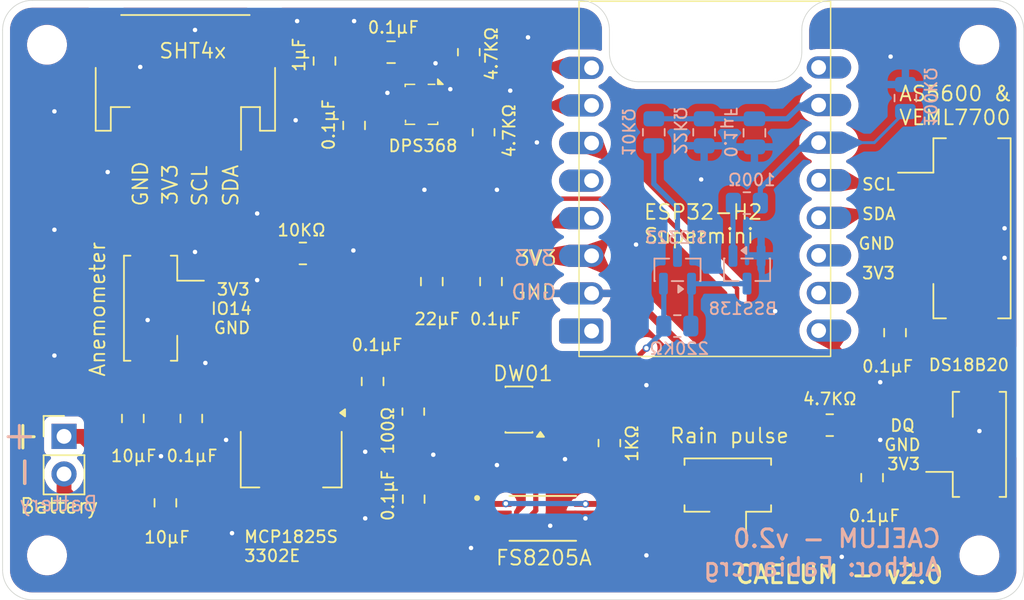
<source format=kicad_pcb>
(kicad_pcb (version 20241229) (generator "pcbnew") (generator_version "9.0")
  (layers (0 "F.Cu" signal) (2 "B.Cu" signal) (13 "F.Paste" user) (15 "B.Paste" user) (5 "F.SilkS" user "F.Silkscreen") (7 "B.SilkS" user "B.Silkscreen") (1 "F.Mask" user) (3 "B.Mask" user) (25 "Edge.Cuts" user))
  (net 0 "")
  (net 1 "Net-(U1-VCC)")
  (net 2 "BATT-")
  (net 3 "OUT-")
  (net 4 "BATT+")
  (net 5 "+3V3")
  (net 6 "Net-(U1-CS)")
  (net 8 "GPIO12")
  (net 9 "SDA")
  (net 10 "SCL")
  (net 12 "SCL_2")
  (net 13 "SDA_2")
  (net 14 "Net-(Q2-D)")
  (net 15 "GPIO24")
  (net 16 "Net-(Q1-D12-Pad1)")
  (net 17 "Net-(Q1-G1)")
  (net 18 "Net-(Q1-G2)")
  (net 19 "unconnected-(U3-IO13-Pad5)")
  (net 22 "GPIO4")
  (net 24 "GPIO14")
  (net 25 "GPIO3")
  (net 26 "Net-(Q3-D)")
  (net 27 "Net-(Q2-G)")
  (footprint "Capacitor_SMD:C_0805_2012Metric" (layer "F.Cu") (at 72.25 29)
    (property "Reference" "C10" (hide yes))
    (property "Value" "0.1µF")
  )
  (footprint "Capacitor_SMD:C_0805_2012Metric" (layer "F.Cu") (at 75 44.5 -90)
    (property "Reference" "C7" (hide yes))
    (property "Value" "0.1µF" (hide yes))
  )
  (footprint "MountingHole:MountingHole_2.2mm_M2" (layer "F.Cu") (at 49 63)
    (property "Reference" "H2" (hide yes))
    (property "Value" "MountingHole" (hide yes))
  )
  (footprint "MountingHole:MountingHole_2.2mm_M2" (layer "F.Cu") (at 112 28.5)
    (property "Reference" "H3" (hide yes))
    (property "Value" "MountingHole" (hide yes))
  )
  (footprint "Capacitor_SMD:C_0805_2012Metric" (layer "F.Cu") (at 54.8 53.75 90)
    (property "Reference" "C4" (hide yes))
    (property "Value" "10µF")
  )
  (footprint "Connector_Hirose:Hirose_DF13C_CL535-0402-2-51_1x02-1MP_P1.25mm_Vertical" (layer "F.Cu") (at 95 59.5 180)
    (property "Reference" "J3" (hide yes))
    (property "Value" "Pulse1" (hide yes))
  )
  (footprint "Resistor_SMD:R_0805_2012Metric" (layer "F.Cu") (at 77.5 29 90)
    (property "Reference" "R6" (hide yes))
    (property "Value" "4.7K")
  )
  (footprint "Resistor_SMD:R_0805_2012Metric" (layer "F.Cu") (at 87 55.4125 -90)
    (property "Reference" "R2" (hide yes))
    (property "Value" "1K")
  )
  (footprint "Capacitor_SMD:C_0805_2012Metric" (layer "F.Cu") (at 58.75 53.75 90)
    (property "Reference" "C5" (hide yes))
    (property "Value" "0.1µF" (hide yes))
  )
  (footprint "Capacitor_SMD:C_0805_2012Metric" (layer "F.Cu") (at 79 44.5 -90)
    (property "Reference" "C6" (hide yes))
    (property "Value" "10µF")
  )
  (footprint "Capacitor_SMD:C_0805_2012Metric" (layer "F.Cu") (at 106.3 47.95 -90)
    (property "Reference" "C13" (hide yes))
    (property "Value" "0.1µF")
  )
  (footprint "MountingHole:MountingHole_2.2mm_M2" (layer "F.Cu") (at 49 28.5)
    (property "Reference" "H1" (hide yes))
    (property "Value" "MountingHole" (hide yes))
  )
  (footprint "Resistor_SMD:R_0805_2012Metric" (layer "F.Cu") (at 101.8875 54.2)
    (property "Reference" "R3" (hide yes))
    (property "Value" "4.7K")
  )
  (footprint "Capacitor_SMD:C_0805_2012Metric" (layer "F.Cu") (at 57 59.45 90)
    (property "Reference" "C2" (hide yes))
    (property "Value" "10µF")
  )
  (footprint "Capacitor_SMD:C_0805_2012Metric" (layer "F.Cu") (at 73.775 59.2 -90)
    (property "Reference" "C1" (hide yes))
    (property "Value" "0.1µF" (hide yes))
  )
  (footprint "FS8205A:SOP65P640X120-8N-FC" (layer "F.Cu") (at 82.5 60.5)
    (property "Reference" "Q1" (hide yes))
    (property "Value" "FS8205A-FC" (hide yes))
  )
  (footprint "Package_TO_SOT_SMD:SOT-223-3_TabPin2" (layer "F.Cu") (at 65.5 56.5 -90)
    (property "Reference" "U2" (hide yes))
    (property "Value" "MCP1825S" (hide yes))
  )
  (footprint "Resistor_SMD:R_0805_2012Metric" (layer "F.Cu") (at 66.2875 42.6)
    (property "Reference" "R8" (hide yes))
    (property "Value" "10K")
  )
  (footprint "Connector_Hirose:Hirose_DF13C_CL535-0403-5-51_1x03-1MP_P1.25mm_Vertical" (layer "F.Cu") (at 110.75 55.5 90)
    (property "Reference" "J8" (hide yes))
    (property "Value" "DS18B20" (hide yes))
  )
  (footprint "Package_LGA:Bosch_LGA-8_2x2.5mm_P0.65mm_ClockwisePinNumbering" (layer "F.Cu") (at 74.3 32.525 -90)
    (property "Reference" "U4" (hide yes))
    (property "Value" "~")
  )
  (footprint "Connector_PinHeader_2.54mm:PinHeader_1x02_P2.54mm_Vertical" (layer "F.Cu") (at 50.15 54.96)
    (property "Reference" "J4" (hide yes))
    (property "Value" "Batt")
  )
  (footprint "MountingHole:MountingHole_2.2mm_M2" (layer "F.Cu") (at 112 63)
    (property "Reference" "H4" (hide yes))
    (property "Value" "MountingHole" (hide yes))
  )
  (footprint "Capacitor_SMD:C_0805_2012Metric" (layer "F.Cu") (at 69.75 33.95 -90)
    (property "Reference" "C12" (hide yes))
    (property "Value" "0.1µF")
  )
  (footprint "esp32-h2-supermini:ESP32H2-Supermini" (layer "F.Cu") (at 92.947363 50.559822)
    (property "Reference" "U3" (hide yes))
    (property "Value" "ESP32-H2-SUPERMINI" (hide yes))
  )
  (footprint "Capacitor_SMD:C_0805_2012Metric" (layer "F.Cu") (at 104.75 57.75 90)
    (property "Reference" "C8" (hide yes))
    (property "Value" "0.1µF")
  )
  (footprint "Resistor_SMD:R_0805_2012Metric" (layer "F.Cu") (at 73.75 53.2875 -90)
    (property "Reference" "R1" (hide yes))
    (property "Value" "100R")
  )
  (footprint "Resistor_SMD:R_0805_2012Metric" (layer "F.Cu") (at 78.5 34.4125 -90)
    (property "Reference" "R7" (hide yes))
    (property "Value" "4.7K")
  )
  (footprint "Capacitor_SMD:C_0805_2012Metric" (layer "F.Cu") (at 67.75 29.6 -90)
    (property "Reference" "C11" (hide yes))
    (property "Value" "1µF")
  )
  (footprint "Connector_JST:JST_PH_S4B-PH-SM4-TB_1x04-1MP_P2.00mm_Horizontal" (layer "F.Cu") (at 58.35 31 180)
    (property "Reference" "J7" (hide yes))
    (property "Value" "I2C BUS1" (hide yes))
  )
  (footprint "Connector_Hirose:Hirose_DF13C_CL535-0403-5-51_1x03-1MP_P1.25mm_Vertical" (layer "F.Cu") (at 57.25 46.3 -90)
    (property "Reference" "J1" (hide yes))
    (property "Value" "SS445P" (hide yes))
  )
  (footprint "Capacitor_SMD:C_0805_2012Metric" (layer "F.Cu") (at 71 51.25 90)
    (property "Reference" "C3" (hide yes))
    (property "Value" "0.1µF" (hide yes))
  )
  (footprint "Package_TO_SOT_SMD:SOT-23-6" (layer "F.Cu") (at 80.8875 53.15 180)
    (property "Reference" "U1" (hide yes))
    (property "Value" "DW01A" (hide yes))
  )
  (footprint "Connector_JST:JST_PH_B4B-PH-SM4-TB_1x04-1MP_P2.00mm_Vertical" (layer "F.Cu") (at 109.75 40.9 -90)
    (property "Reference" "J2" (hide yes))
    (property "Value" "i2C Bus2")
  )
  (footprint "Package_TO_SOT_SMD:SOT-23" (layer "B.Cu") (at 96.3 43.7 -90)
    (property "Reference" "Q2" (hide yes))
    (property "Value" "BSS138")
  )
  (footprint "Resistor_SMD:R_0805_2012Metric" (layer "B.Cu") (at 96.2875 39.2 180)
    (property "Reference" "R11" (hide yes))
    (property "Value" "100")
  )
  (footprint "Resistor_SMD:R_0805_2012Metric" (layer "B.Cu") (at 90 34.4125 -90)
    (property "Reference" "R4" (hide yes))
    (property "Value" "10K")
  )
  (footprint "Resistor_SMD:R_0805_2012Metric" (layer "B.Cu") (at 107 32.1 90)
    (property "Reference" "R10" (hide yes))
    (property "Value" "100K")
  )
  (footprint "Resistor_SMD:R_0805_2012Metric" (layer "B.Cu") (at 93.4 34.4125 90)
    (property "Reference" "R5" (hide yes))
    (property "Value" "22K")
  )
  (footprint "Capacitor_SMD:C_0805_2012Metric" (layer "B.Cu") (at 96.8 34.45 -90)
    (property "Reference" "C9" (hide yes))
    (property "Value" "0.1µF")
  )
  (footprint "Resistor_SMD:R_0805_2012Metric" (layer "B.Cu") (at 91.5875 47.50625)
    (property "Reference" "R9" (hide yes))
    (property "Value" "100K")
  )
  (footprint "Package_TO_SOT_SMD:SOT-23" (layer "B.Cu") (at 91.6 43.70625 90)
    (property "Reference" "Q3" (hide yes))
    (property "Value" "Si2323DS")
  )
  (gr_line (start 79.85 54.2) (end 79.75 54.1) (stroke (width 0.2)) (layer "F.Cu") (net 2))
  (gr_line (start 79.75 54.1) (end 79.35 54.3) (stroke (width 0.2)) (layer "F.Cu") (net 2))
  (gr_line (start 100 27.5) (end 100 29) (stroke (width 0.05)) (layer "Edge.Cuts"))
  (gr_arc (start 115 64) (mid 114.414214 65.414214) (end 113 66) (stroke (width 0.05)) (layer "Edge.Cuts"))
  (gr_arc (start 113 25.5) (mid 114.414214 26.085786) (end 115 27.5) (stroke (width 0.05)) (layer "Edge.Cuts"))
  (gr_line (start 87 27.5) (end 87 29) (stroke (width 0.05)) (layer "Edge.Cuts"))
  (gr_line (start 115 64) (end 115 27.5) (stroke (width 0.05)) (layer "Edge.Cuts"))
  (gr_arc (start 46 27.5) (mid 46.585786 26.085786) (end 48 25.5) (stroke (width 0.05)) (layer "Edge.Cuts"))
  (gr_line (start 48 25.5) (end 85 25.5) (stroke (width 0.05)) (layer "Edge.Cuts"))
  (gr_arc (start 100 29) (mid 99.414214 30.414214) (end 98 31) (stroke (width 0.05)) (layer "Edge.Cuts"))
  (gr_line (start 89 31) (end 98 31) (stroke (width 0.05)) (layer "Edge.Cuts"))
  (gr_arc (start 85 25.5) (mid 86.414214 26.085786) (end 87 27.5) (stroke (width 0.05)) (layer "Edge.Cuts"))
  (gr_line (start 113 25.5) (end 102 25.5) (stroke (width 0.05)) (layer "Edge.Cuts"))
  (gr_line (start 46 27.5) (end 46 64) (stroke (width 0.05)) (layer "Edge.Cuts"))
  (gr_arc (start 89 31) (mid 87.585786 30.414214) (end 87 29) (stroke (width 0.05)) (layer "Edge.Cuts"))
  (gr_arc (start 48 66) (mid 46.585786 65.414214) (end 46 64) (stroke (width 0.05)) (layer "Edge.Cuts"))
  (gr_line (start 48 66) (end 113 66) (stroke (width 0.05)) (layer "Edge.Cuts"))
  (gr_arc (start 100 27.5) (mid 100.585786 26.085786) (end 102 25.5) (stroke (width 0.05)) (layer "Edge.Cuts"))
  (gr_text "3V3" (at 104 44.4 0) (layer "F.SilkS") (effects (font (size 0.8 0.8) (thickness 0.125)) (justify left bottom)))
  (gr_text "Battery" (at 47.1 60.25 0) (layer "F.SilkS") (effects (font (size 1 1) (thickness 0.125)) (justify left bottom)))
  (gr_text "1µF" (at 66.5 30.4 90) (layer "F.SilkS") (effects (font (size 0.8 0.8) (thickness 0.125)) (justify left bottom)))
  (gr_text "DQ" (at 105.9 54.7 0) (layer "F.SilkS") (effects (font (size 0.8 0.8) (thickness 0.125)) (justify left bottom)))
  (gr_text "CAELUM - v2.0" (at 95.4 65 0) (layer "F.SilkS") (effects (font (size 1.2 1.2) (thickness 0.2) (bold yes)) (justify left bottom)))
  (gr_text "1KΩ" (at 89 56.75 90) (layer "F.SilkS") (effects (font (size 0.8 0.8) (thickness 0.125)) (justify left bottom)))
  (gr_text "IO14" (at 60 46.8 0) (layer "F.SilkS") (effects (font (size 0.8 0.8) (thickness 0.125)) (justify left bottom)))
  (gr_text "DPS368" (at 72 35.8 0) (layer "F.SilkS") (effects (font (size 0.8 0.8) (thickness 0.125)) (justify left bottom)))
  (gr_text "AS5600 &\nVEML7700" (at 106.5 34 0) (layer "F.SilkS") (effects (font (size 1 1) (thickness 0.125)) (justify left bottom)))
  (gr_text "GND" (at 105.5 56 0) (layer "F.SilkS") (effects (font (size 0.8 0.8) (thickness 0.125)) (justify left bottom)))
  (gr_text "SCL" (at 59.9 39.5 90) (layer "F.SilkS") (effects (font (size 1 1) (thickness 0.125)) (justify left bottom)))
  (gr_text "0.1µF" (at 72.5 60.75 90) (layer "F.SilkS") (effects (font (size 0.8 0.8) (thickness 0.125)) (justify left bottom)))
  (gr_text "SDA" (at 104 40.4 0) (layer "F.SilkS") (effects (font (size 0.8 0.8) (thickness 0.125)) (justify left bottom)))
  (gr_text "MCP1825S\n3302E" (at 62.25 63.5 0) (layer "F.SilkS") (effects (font (size 0.8 0.8) (thickness 0.125)) (justify left bottom)))
  (gr_text "10µF" (at 53.25 56.75 0) (layer "F.SilkS") (effects (font (size 0.8 0.8) (thickness 0.125)) (justify left bottom)))
  (gr_text "0.1µF" (at 77.5 47.5 0) (layer "F.SilkS") (effects (font (size 0.8 0.8) (thickness 0.125)) (justify left bottom)))
  (gr_text "10KΩ" (at 64.5 41.5 0) (layer "F.SilkS") (effects (font (size 0.8 0.8) (thickness 0.125)) (justify left bottom)))
  (gr_text "0.1µF" (at 103.1 60.8 0) (layer "F.SilkS") (effects (font (size 0.8 0.8) (thickness 0.125)) (justify left bottom)))
  (gr_text "3V3" (at 57.9 39.4 90) (layer "F.SilkS") (effects (font (size 1 1) (thickness 0.125)) (justify left bottom)))
  (gr_text "0.1µF" (at 69.5 49.25 0) (layer "F.SilkS") (effects (font (size 0.8 0.8) (thickness 0.125)) (justify left bottom)))
  (gr_text "GND" (at 103.75 42.4 0) (layer "F.SilkS") (effects (font (size 0.8 0.8) (thickness 0.125)) (justify left bottom)))
  (gr_text "GND" (at 60.2 48.1 0) (layer "F.SilkS") (effects (font (size 0.8 0.8) (thickness 0.125)) (justify left bottom)))
  (gr_text "GND" (at 80.3 45.8 0) (layer "F.SilkS") (effects (font (size 1 1) (thickness 0.125)) (justify left bottom)))
  (gr_text "3V3" (at 105.7 57.3 0) (layer "F.SilkS") (effects (font (size 0.8 0.8) (thickness 0.125)) (justify left bottom)))
  (gr_text "SCL" (at 104 38.4 0) (layer "F.SilkS") (effects (font (size 0.8 0.8) (thickness 0.125)) (justify left bottom)))
  (gr_text "4.7KΩ" (at 79.5 31 90) (layer "F.SilkS") (effects (font (size 0.8 0.8) (thickness 0.125)) (justify left bottom)))
  (gr_text "100Ω" (at 72.5 56.25 90) (layer "F.SilkS") (effects (font (size 0.8 0.8) (thickness 0.125)) (justify left bottom)))
  (gr_text "DS18B20" (at 108.5 50.6 0) (layer "F.SilkS") (effects (font (size 0.8 0.8) (thickness 0.125)) (justify left bottom)))
  (gr_text "GND" (at 55.9 39.5 90) (layer "F.SilkS") (effects (font (size 1 1) (thickness 0.125)) (justify left bottom)))
  (gr_text "4.7KΩ" (at 80.7 36.2 90) (layer "F.SilkS") (effects (font (size 0.8 0.8) (thickness 0.125)) (justify left bottom)))
  (gr_text "FS8205A" (at 79.25 63.75 0) (layer "F.SilkS") (effects (font (size 1 1) (thickness 0.125)) (justify left bottom)))
  (gr_text "0.1µF" (at 68.5 35.7 90) (layer "F.SilkS") (effects (font (size 0.8 0.8) (thickness 0.125)) (justify left bottom)))
  (gr_text "0.1µF" (at 70.6 27.8 0) (layer "F.SilkS") (effects (font (size 0.8 0.8) (thickness 0.125)) (justify left bottom)))
  (gr_text "10µF" (at 55.5 62.25 0) (layer "F.SilkS") (effects (font (size 0.8 0.8) (thickness 0.125)) (justify left bottom)))
  (gr_text "3V3" (at 80.6 43.5 0) (layer "F.SilkS") (effects (font (size 1 1) (thickness 0.125)) (justify left bottom)))
  (gr_text "+" (at 46 56 0) (layer "F.SilkS") (effects (font (size 2 2) (thickness 0.2)) (justify left bottom)))
  (gr_text "SHT4x" (at 56.5 29.5 0) (layer "F.SilkS") (effects (font (size 1 1) (thickness 0.125)) (justify left bottom)))
  (gr_text "SDA" (at 62 39.5 90) (layer "F.SilkS") (effects (font (size 1 1) (thickness 0.125)) (justify left bottom)))
  (gr_text "Rain pulse" (at 91 55.5 0) (layer "F.SilkS") (effects (font (size 1 1) (thickness 0.125)) (justify left bottom)))
  (gr_text "DW01" (at 79.05 51.3 0) (layer "F.SilkS") (effects (font (size 1 1) (thickness 0.125)) (justify left bottom)))
  (gr_text "0.1µF" (at 104 50.7 0) (layer "F.SilkS") (effects (font (size 0.8 0.8) (thickness 0.125)) (justify left bottom)))
  (gr_text "Anemometer" (at 53 51 90) (layer "F.SilkS") (effects (font (size 1 1) (thickness 0.125)) (justify left bottom)))
  (gr_text "ESP32-H2 \nSupermini" (at 89.25 42 0) (layer "F.SilkS") (effects (font (size 1 1) (thickness 0.125)) (justify left bottom)))
  (gr_text "22µF" (at 73.75 47.5 0) (layer "F.SilkS") (effects (font (size 0.8 0.8) (thickness 0.125)) (justify left bottom)))
  (gr_text "4.7KΩ" (at 100 52.9 0) (layer "F.SilkS") (effects (font (size 0.8 0.8) (thickness 0.125)) (justify left bottom)))
  (gr_text "3V3" (at 60.4 45.5 0) (layer "F.SilkS") (effects (font (size 0.8 0.8) (thickness 0.125)) (justify left bottom)))
  (gr_text "-" (at 48.5 58.75 90) (layer "F.SilkS") (effects (font (size 2 2) (thickness 0.2)) (justify left bottom)))
  (gr_text "0.1µF" (at 57 56.75 0) (layer "F.SilkS") (effects (font (size 0.8 0.8) (thickness 0.125)) (justify left bottom)))
  (gr_text "Si2323" (at 93.7 42 0) (layer "B.SilkS") (effects (font (size 0.8 0.8) (thickness 0.125)) (justify left bottom mirror)))
  (gr_text "+" (at 48.5 56 -0) (layer "B.SilkS") (effects (font (size 2 2) (thickness 0.2)) (justify left bottom mirror)))
  (gr_text "GND" (at 83.5 45.8 -0) (layer "B.SilkS") (effects (font (size 1 1) (thickness 0.125)) (justify left bottom mirror)))
  (gr_text "-" (at 46.5 58.75 -90) (layer "B.SilkS") (effects (font (size 2 2) (thickness 0.2)) (justify left bottom mirror)))
  (gr_text "3V3" (at 83.4 43.5 -0) (layer "B.SilkS") (effects (font (size 1 1) (thickness 0.125)) (justify left bottom mirror)))
  (gr_text "100KΩ" (at 108.2 34.1 270) (layer "B.SilkS") (effects (font (size 0.8 0.8) (thickness 0.125)) (justify left bottom mirror)))
  (gr_text "220KΩ" (at 93.8 49.5 0) (layer "B.SilkS") (effects (font (size 0.8 0.8) (thickness 0.125)) (justify left bottom mirror)))
  (gr_text "100Ω" (at 98.3 38.1 0) (layer "B.SilkS") (effects (font (size 0.8 0.8) (thickness 0.125)) (justify left bottom mirror)))
  (gr_text "10KΩ" (at 87.8 36.1 270) (layer "B.SilkS") (effects (font (size 0.8 0.8) (thickness 0.125)) (justify left bottom mirror)))
  (gr_text "CAELUM - v2.0\nAuthor: Fabiancrg" (at 109.5 64.5 0) (layer "B.SilkS") (effects (font (size 1.2 1.2) (thickness 0.2) (bold yes)) (justify left bottom mirror)))
  (gr_text "22KΩ" (at 91.3 36 270) (layer "B.SilkS") (effects (font (size 0.8 0.8) (thickness 0.125)) (justify left bottom mirror)))
  (gr_text "0.1µF" (at 94.7 36.2 270) (layer "B.SilkS") (effects (font (size 0.8 0.8) (thickness 0.125)) (justify left bottom mirror)))
  (gr_text "Battery" (at 52.5 60.1 0) (layer "B.SilkS") (effects (font (size 1 1) (thickness 0.125)) (justify left bottom mirror)))
  (gr_text "BSS138" (at 98.4 46.8 0) (layer "B.SilkS") (effects (font (size 0.8 0.8) (thickness 0.125)) (justify left bottom mirror)))
  (segment (start 73.75 54.2) (end 75.55 54.2) (width 0.4) (layer "F.Cu") (net 1))
  (segment (start 76.6 53.15) (end 79.75 53.15) (width 0.4) (layer "F.Cu") (net 1))
  (segment (start 73.775 54.225) (end 73.75 54.2) (width 0.4) (layer "F.Cu") (net 1))
  (segment (start 73.775 57.725) (end 73.775 54.225) (width 0.4) (layer "F.Cu") (net 1))
  (segment (start 75.55 54.2) (end 76.6 53.15) (width 0.4) (layer "F.Cu") (net 1))
  (segment (start 77.5 60.325) (end 78 60.825) (width 0.35) (layer "F.Cu") (net 2))
  (segment (start 76.5 55.5) (end 76.5 59) (width 0.5) (layer "F.Cu") (net 2))
  (segment (start 77.325 60.825) (end 76.65 60.15) (width 0.35) (layer "F.Cu") (net 2))
  (segment (start 79.62 60.825) (end 79.62 60.175) (width 0.35) (layer "F.Cu") (net 2))
  (segment (start 79.62 60.175) (end 78 60.175) (width 0.35) (layer "F.Cu") (net 2))
  (segment (start 77.35 60.825) (end 78 60.175) (width 0.35) (layer "F.Cu") (net 2))
  (segment (start 71 64) (end 73.775 61.225) (width 1) (layer "F.Cu") (net 2))
  (segment (start 77.075 59.75) (end 77.5 60.175) (width 0.35) (layer "F.Cu") (net 2))
  (segment (start 76.65 60.15) (end 77 60.5) (width 1) (layer "F.Cu") (net 2))
  (segment (start 73.775 61.225) (end 73.775 60.15) (width 1) (layer "F.Cu") (net 2))
  (segment (start 76.5 59) (end 75.75 59.75) (width 0.5) (layer "F.Cu") (net 2))
  (segment (start 78 60.175) (end 77.5 60.175) (width 0.35) (layer "F.Cu") (net 2))
  (segment (start 78 60.175) (end 78 60.825) (width 0.35) (layer "F.Cu") (net 2))
  (segment (start 77.5 60.825) (end 77.325 60.825) (width 0.35) (layer "F.Cu") (net 2))
  (segment (start 78 60.825) (end 77.5 60.825) (width 0.35) (layer "F.Cu") (net 2))
  (segment (start 75.375 60.175) (end 75.35 60.15) (width 0.4) (layer "F.Cu") (net 2))
  (segment (start 77.9 54.1) (end 76.5 55.5) (width 0.5) (layer "F.Cu") (net 2))
  (segment (start 55.4 64) (end 71 64) (width 1) (layer "F.Cu") (net 2))
  (segment (start 50.15 58.75) (end 55.4 64) (width 1) (layer "F.Cu") (net 2))
  (segment (start 76.65 60.15) (end 76 60.15) (width 1) (layer "F.Cu") (net 2))
  (segment (start 76.675 60.825) (end 76 60.15) (width 0.35) (layer "F.Cu") (net 2))
  (segment (start 77.325 60.825) (end 77.35 60.825) (width 0.35) (layer "F.Cu") (net 2))
  (segment (start 77.5 60.175) (end 77.5 60.325) (width 0.35) (layer "F.Cu") (net 2))
  (segment (start 76.675 60.175) (end 76.65 60.15) (width 0.35) (layer "F.Cu") (net 2))
  (segment (start 79.62 60.825) (end 78 60.825) (width 0.35) (layer "F.Cu") (net 2))
  (segment (start 75.75 59.75) (end 77.075 59.75) (width 0.35) (layer "F.Cu") (net 2))
  (segment (start 50.15 57.5) (end 50.15 58.75) (width 1) (layer "F.Cu") (net 2))
  (segment (start 75.75 59.75) (end 75.35 60.15) (width 0.5) (layer "F.Cu") (net 2))
  (segment (start 77.5 60.825) (end 76.675 60.825) (width 0.35) (layer "F.Cu") (net 2))
  (segment (start 76 60.15) (end 73.775 60.15) (width 1) (layer "F.Cu") (net 2))
  (segment (start 79.75 54.1) (end 77.9 54.1) (width 0.5) (layer "F.Cu") (net 2))
  (segment (start 75.35 60.15) (end 73.775 60.15) (width 0.5) (layer "F.Cu") (net 2))
  (segment (start 77.5 60.175) (end 76.675 60.175) (width 0.35) (layer "F.Cu") (net 2))
  (segment (start 74.66848 31.55) (end 75.1 31.55) (width 0.2) (layer "F.Cu") (net 3))
  (segment (start 73.5 32.2) (end 74.01848 32.2) (width 0.2) (layer "F.Cu") (net 3))
  (segment (start 72.45 32.2) (end 72 31.75) (width 0.35) (layer "F.Cu") (net 3))
  (segment (start 76.2 31.55) (end 76.25 31.5) (width 0.35) (layer "F.Cu") (net 3))
  (segment (start 75.1 31.55) (end 76.2 31.55) (width 0.35) (layer "F.Cu") (net 3))
  (segment (start 85.38 60.5) (end 85.38 60.251) (width 0.35) (layer "F.Cu") (net 3))
  (segment (start 74.01848 32.2) (end 74.66848 31.55) (width 0.2) (layer "F.Cu") (net 3))
  (segment (start 73.5 32.2) (end 72.45 32.2) (width 0.35) (layer "F.Cu") (net 3))
  (segment (start 85.38 60.825) (end 85.38 60.5) (width 0.35) (layer "F.Cu") (net 3))
  (via (at 59 42.5) (size 0.6) (drill 0.3) (layers "F.Cu" "B.Cu") (net 3))
  (via (at 56.7 56.3) (size 0.6) (drill 0.3) (layers "F.Cu" "B.Cu") (net 3))
  (via (at 79.4 56.9) (size 0.6) (drill 0.3) (layers "F.Cu" "B.Cu") (net 3))
  (via (at 63.2 44.4) (size 0.6) (drill 0.3) (layers "F.Cu" "B.Cu") (net 3))
  (via (at 85.38 60.5) (size 0.6) (drill 0.3) (layers "F.Cu" "B.Cu") (net 3))
  (via (at 105.3 55.2) (size 0.6) (drill 0.3) (layers "F.Cu" "B.Cu") (net 3))
  (via (at 88.8 42) (size 0.6) (drill 0.3) (layers "F.Cu" "B.Cu") (net 3))
  (via (at 75.1 56.2) (size 0.6) (drill 0.3) (layers "F.Cu" "B.Cu") (net 3))
  (via (at 79.4 38.3) (size 0.6) (drill 0.3) (layers "F.Cu" "B.Cu") (net 3))
  (via (at 65.8 33.6) (size 0.6) (drill 0.3) (layers "F.Cu" "B.Cu") (net 3))
  (via (at 113.7 42.9) (size 0.6) (drill 0.3) (layers "F.Cu" "B.Cu") (net 3))
  (via (at 55.8 47.1) (size 0.6) (drill 0.3) (layers "F.Cu" "B.Cu") (net 3))
  (via (at 93.2 37.6) (size 0.6) (drill 0.3) (layers "F.Cu" "B.Cu") (net 3))
  (via (at 82.1 35.1) (size 0.6) (drill 0.3) (layers "F.Cu" "B.Cu") (net 3))
  (via (at 102.7 63.1) (size 0.6) (drill 0.3) (layers "F.Cu" "B.Cu") (net 3))
  (via (at 84 56.5) (size 0.6) (drill 0.3) (layers "F.Cu" "B.Cu") (net 3))
  (via (at 59.7 50) (size 0.6) (drill 0.3) (layers "F.Cu" "B.Cu") (net 3))
  (via (at 49.5 33) (size 0.6) (drill 0.3) (layers "F.Cu" "B.Cu") (net 3))
  (via (at 59 27.5) (size 0.6) (drill 0.3) (layers "F.Cu" "B.Cu") (net 3))
  (via (at 49.5 41) (size 0.6) (drill 0.3) (layers "F.Cu" "B.Cu") (net 3))
  (via (at 105.3 51.3) (size 0.6) (drill 0.3) (layers "F.Cu" "B.Cu") (net 3))
  (via (at 89.5 63) (size 0.6) (drill 0.3) (layers "F.Cu" "B.Cu") (net 3))
  (via (at 80.3 31.6) (size 0.6) (drill 0.3) (layers "F.Cu" "B.Cu") (net 3))
  (via (at 74.5 38.3) (size 0.6) (drill 0.3) (layers "F.Cu" "B.Cu") (net 3))
  (via (at 65.9 26.9) (size 0.6) (drill 0.3) (layers "F.Cu" "B.Cu") (net 3))
  (via (at 49.5 49.5) (size 0.5) (drill 0.3) (layers "F.Cu" "B.Cu") (net 3))
  (via (at 76.25 31.5) (size 0.6) (drill 0.3) (layers "F.Cu" "B.Cu") (net 3))
  (via (at 53.1 37.1) (size 0.6) (drill 0.3) (layers "F.Cu" "B.Cu") (net 3))
  (via (at 70.5 60.5) (size 0.6) (drill 0.3) (layers "F.Cu" "B.Cu") (net 3))
  (via (at 61.5 61.5) (size 0.5) (drill 0.3) (layers "F.Cu" "B.Cu") (net 3))
  (via (at 72 31.75) (size 0.6) (drill 0.3) (layers "F.Cu" "B.Cu") (net 3))
  (via (at 55.3 30) (size 0.6) (drill 0.3) (layers "F.Cu" "B.Cu") (net 3))
  (via (at 61.1 55.2) (size 0.6) (drill 0.3) (layers "F.Cu" "B.Cu") (net 3))
  (via (at 75.25 29.75) (size 0.6) (drill 0.3) (layers "F.Cu" "B.Cu") (net 3))
  (via (at 77.65 62.5) (size 0.6) (drill 0.3) (layers "F.Cu" "B.Cu") (net 3))
  (via (at 112 54.6) (size 0.6) (drill 0.3) (layers "F.Cu" "B.Cu") (net 3))
  (via (at 69.75 26.9) (size 0.6) (drill 0.3) (layers "F.Cu" "B.Cu") (net 3))
  (via (at 89.5 51.5) (size 0.6) (drill 0.3) (layers "F.Cu" "B.Cu") (net 3))
  (via (at 98.2 46.5) (size 0.6) (drill 0.3) (layers "F.Cu" "B.Cu") (net 3))
  (via (at 81.5 28) (size 0.6) (drill 0.3) (layers "F.Cu" "B.Cu") (net 3))
  (via (at 106 29.3) (size 0.6) (drill 0.3) (layers "F.Cu" "B.Cu") (net 3))
  (via (at 113.7 40.9) (size 0.6) (drill 0.3) (layers "F.Cu" "B.Cu") (net 3))
  (via (at 69.7 42.4) (size 0.6) (drill 0.3) (layers "F.Cu" "B.Cu") (net 3))
  (via (at 70.5 56) (size 0.6) (drill 0.3) (layers "F.Cu" "B.Cu") (net 3))
  (via (at 63.2 39.9) (size 0.6) (drill 0.3) (layers "F.Cu" "B.Cu") (net 3))
  (via (at 83 61) (size 0.6) (drill 0.3) (layers "F.Cu" "B.Cu") (net 3))
  (segment (start 73.575 52.2) (end 73.75 52.375) (width 1) (layer "F.Cu") (net 4))
  (segment (start 69.85 53.35) (end 71 52.2) (width 1) (layer "F.Cu") (net 4))
  (segment (start 73.75 52.375) (end 76.125 50) (width 0.35) (layer "F.Cu") (net 4))
  (segment (start 88.5 50) (end 89.5 49) (width 0.35) (layer "F.Cu") (net 4))
  (segment (start 56 60.4) (end 53.1 57.5) (width 1) (layer "F.Cu") (net 4))
  (segment (start 63 56.5) (end 66.5 56.5) (width 1) (layer "F.Cu") (net 4))
  (segment (start 53.1 56.6) (end 51.46 54.96) (width 1) (layer "F.Cu") (net 4))
  (segment (start 53.1 57.5) (end 53.1 56.6) (width 1) (layer "F.Cu") (net 4))
  (segment (start 67.8 55.2) (end 67.8 53.35) (width 1) (layer "F.Cu") (net 4))
  (segment (start 57 60.4) (end 56 60.4) (width 1) (layer "F.Cu") (net 4))
  (segment (start 57 60.4) (end 59.1 60.4) (width 1) (layer "F.Cu") (net 4))
  (segment (start 51.46 54.96) (end 50.15 54.96) (width 1) (layer "F.Cu") (net 4))
  (segment (start 67.8 53.35) (end 69.85 53.35) (width 1) (layer "F.Cu") (net 4))
  (segment (start 66.5 56.5) (end 67.8 55.2) (width 1) (layer "F.Cu") (net 4))
  (segment (start 76.125 50) (end 88.5 50) (width 0.35) (layer "F.Cu") (net 4))
  (segment (start 59.1 60.4) (end 63 56.5) (width 1) (layer "F.Cu") (net 4))
  (segment (start 71 52.2) (end 73.575 52.2) (width 1) (layer "F.Cu") (net 4))
  (via (at 89.5 49) (size 0.5) (drill 0.3) (layers "F.Cu" "B.Cu") (net 4))
  (segment (start 90.675 47.50625) (end 90.675 44.66875) (width 0.35) (layer "B.Cu") (net 4))
  (segment (start 90.675 47.825) (end 90.675 47.50625) (width 0.35) (layer "B.Cu") (net 4))
  (segment (start 89.5 49) (end 90.675 47.825) (width 0.35) (layer "B.Cu") (net 4))
  (segment (start 67.75 30.55) (end 67.8 30.5) (width 0.4) (layer "F.Cu") (net 5))
  (segment (start 103.2 56.8) (end 104.75 56.8) (width 0.5) (layer "F.Cu") (net 5))
  (segment (start 63.2 53.35) (end 63.2 51.74295) (width 1) (layer "F.Cu") (net 5))
  (segment (start 106.3 47) (end 106.3 46.85) (width 0.6) (layer "F.Cu") (net 5))
  (segment (start 67.8 30.5) (end 73.5 30.5) (width 0.4) (layer "F.Cu") (net 5))
  (segment (start 79 43.55) (end 81.45 43.55) (width 1) (layer "F.Cu") (net 5))
  (segment (start 85.797363 42.759822) (end 94.375 51.337459) (width 0.5) (layer "F.Cu") (net 5))
  (segment (start 109.7 48.4) (end 108.3 47) (width 0.6) (layer "F.Cu") (net 5))
  (segment (start 104.8 56.75) (end 104.75 56.8) (width 0.5) (layer "F.Cu") (net 5))
  (segment (start 87.3 41.257185) (end 85.797363 42.759822) (width 0.3) (layer "F.Cu") (net 5))
  (segment (start 113.8 55.7) (end 112.75 56.75) (width 0.5) (layer "F.Cu") (net 5))
  (segment (start 87.3 39.8) (end 87.3 41.257185) (width 0.3) (layer "F.Cu") (net 5))
  (segment (start 65.375 42.6) (end 62.3 42.6) (width 0.35) (layer "F.Cu") (net 5))
  (segment (start 83.2 38.9) (end 86.4 38.9) (width 0.3) (layer "F.Cu") (net 5))
  (segment (start 62.65 52.8) (end 63.2 53.35) (width 1) (layer "F.Cu") (net 5))
  (segment (start 95.025 63) (end 97 63) (width 0.5) (layer "F.Cu") (net 5))
  (segment (start 53.5 51.5) (end 53.5 45.5) (width 0.8) (layer "F.Cu") (net 5))
  (segment (start 69.8 32.8) (end 69.75 32.85) (width 0.3) (layer "F.Cu") (net 5))
  (segment (start 67.75 30.55) (end 67.7 30.6) (width 0.6) (layer "F.Cu") (net 5))
  (segment (start 94.375 62.35) (end 95.025 63) (width 0.5) (layer "F.Cu") (net 5))
  (segment (start 78.5 35.325) (end 79.625 35.325) (width 0.3) (layer "F.Cu") (net 5))
  (segment (start 58.75 52.8) (end 62.65 52.8) (width 1) (layer "F.Cu") (net 5))
  (segment (start 73.5 32.85) (end 69.9 32.85) (width 0.3) (layer "F.Cu") (net 5))
  (segment (start 73.5 31.55) (end 73.5 30.5) (width 0.35) (layer "F.Cu") (net 5))
  (segment (start 82.240178 42.759822) (end 85.797363 42.759822) (width 1) (layer "F.Cu") (net 5))
  (segment (start 73.5 30.5) (end 73.5 29.3) (width 0.3) (layer "F.Cu") (net 5))
  (segment (start 74.1125 28.0875) (end 77.5 28.0875) (width 0.3) (layer "F.Cu") (net 5))
  (segment (start 85.787541 42.75) (end 85.797363 42.759822) (width 1) (layer "F.Cu") (net 5))
  (segment (start 113.8 55.7) (end 113.8 49.6) (width 0.6) (layer "F.Cu") (net 5))
  (segment (start 94.375 60.95) (end 94.375 62.35) (width 0.5) (layer "F.Cu") (net 5))
  (segment (start 53.5 45.5) (end 53.95 45.05) (width 0.8) (layer "F.Cu") (net 5))
  (segment (start 69.9 32.85) (end 69.75 33) (width 0.3) (layer "F.Cu") (net 5))
  (segment (start 53 41.3) (end 53 44.1) (width 0.6) (layer "F.Cu") (net 5))
  (segment (start 94.375 51.337459) (end 94.375 60.95) (width 0.5) (layer "F.Cu") (net 5))
  (segment (start 86.4 38.9) (end 87.3 39.8) (width 0.3) (layer "F.Cu") (net 5))
  (segment (start 74.077 32.85) (end 74.727 32.2) (width 0.2) (layer "F.Cu") (net 5))
  (segment (start 79.625 35.325) (end 83.2 38.9) (width 0.3) (layer "F.Cu") (net 5))
  (segment (start 112.75 56.75) (end 109.3 56.75) (width 0.5) (layer "F.Cu") (net 5))
  (segment (start 106.3 46.85) (end 109.25 43.9) (width 0.6) (layer "F.Cu") (net 5))
  (segment (start 59.85 45.05) (end 58.7 45.05) (width 0.35) (layer "F.Cu") (net 5))
  (segment (start 102.3 56.8) (end 100.975 55.475) (width 0.5) (layer "F.Cu") (net 5))
  (segment (start 57.35 33.85) (end 57.35 36.95) (width 0.6) (layer "F.Cu") (net 5))
  (segment (start 71.39295 43.55) (end 75 43.55) (width 1) (layer "F.Cu") (net 5))
  (segment (start 54.8 52.8) (end 58.75 52.8) (width 1) (layer "F.Cu") (net 5))
  (segment (start 67.75 30.85) (end 69.75 32.85) (width 0.6) (layer "F.Cu") (net 5))
  (segment (start 113.8 49.6) (end 112.6 48.4) (width 0.6) (layer "F.Cu") (net 5))
  (segment (start 100.975 55.475) (end 100.975 54.2) (width 0.5) (layer "F.Cu") (net 5))
  (segment (start 67.75 30.55) (end 67.75 30.85) (width 0.6) (layer "F.Cu") (net 5))
  (segment (start 73.2 29) (end 74.1125 28.0875) (width 0.3) (layer "F.Cu") (net 5))
  (segment (start 63.2 51.74295) (end 71.39295 43.55) (width 1) (layer "F.Cu") (net 5))
  (segment (start 54.5 45.05) (end 58.7 45.05) (width 0.8) (layer "F.Cu") (net 5))
  (segment (start 74.727 32.2) (end 75.1 32.2) (width 0.2) (layer "F.Cu") (net 5))
  (segment (start 53 44.1) (end 53.95 45.05) (width 0.6) (layer "F.Cu") (net 5))
  (segment (start 75 43.55) (end 79 43.55) (width 1) (layer "F.Cu") (net 5))
  (segment (start 109.3 56.75) (end 104.8 56.75) (width 0.5) (layer "F.Cu") (net 5))
  (segment (start 73.5 32.85) (end 74.077 32.85) (width 0.2) (layer "F.Cu") (net 5))
  (segment (start 57.35 32.35) (end 57.35 33.85) (width 0.6) (layer "F.Cu") (net 5))
  (segment (start 108.3 47) (end 106.3 47) (width 0.6) (layer "F.Cu") (net 5))
  (segment (start 67.7 30.6) (end 59.1 30.6) (width 0.6) (layer "F.Cu") (net 5))
  (segment (start 54.8 52.8) (end 53.5 51.5) (width 0.8) (layer "F.Cu") (net 5))
  (segment (start 62.3 42.6) (end 59.85 45.05) (width 0.35) (layer "F.Cu") (net 5))
  (segment (start 73.5 32.85) (end 73.476 32.826) (width 0.3) (layer "F.Cu") (net 5))
  (segment (start 57.35 36.95) (end 53 41.3) (width 0.6) (layer "F.Cu") (net 5))
  (segment (start 69.75 32.85) (end 69.75 33) (width 0.3) (layer "F.Cu") (net 5))
  (segment (start 59.1 30.6) (end 57.35 32.35) (width 0.6) (layer "F.Cu") (net 5))
  (segment (start 81.45 43.55) (end 82.240178 42.759822) (width 1) (layer "F.Cu") (net 5))
  (segment (start 53.95 45.05) (end 54.5 45.05) (width 0.8) (layer "F.Cu") (net 5))
  (segment (start 112.6 48.4) (end 109.7 48.4) (width 0.6) (layer "F.Cu") (net 5))
  (segment (start 104.75 56.8) (end 102.3 56.8) (width 0.5) (layer "F.Cu") (net 5))
  (segment (start 73.5 29.3) (end 73.2 29) (width 0.3) (layer "F.Cu") (net 5))
  (segment (start 97 63) (end 103.2 56.8) (width 0.5) (layer "F.Cu") (net 5))
  (segment (start 73.5 33.5) (end 73.5 32.85) (width 0.3) (layer "F.Cu") (net 5))
  (segment (start 82.025 53.15) (end 85.65 53.15) (width 0.35) (layer "F.Cu") (net 6))
  (segment (start 85.65 53.15) (end 87 54.5) (width 0.35) (layer "F.Cu") (net 6))
  (segment (start 95.625 60.95) (end 95.625 44.967459) (width 0.3) (layer "F.Cu") (net 8))
  (segment (start 95.625 44.967459) (end 85.797363 35.139822) (width 0.3) (layer "F.Cu") (net 8))
  (segment (start 74.785521 32.85) (end 75.1 32.85) (width 0.3) (layer "F.Cu") (net 9))
  (segment (start 61.4 34.551) (end 61.4 36.2) (width 0.3) (layer "F.Cu") (net 9))
  (segment (start 85.650041 29.9125) (end 85.797363 30.059822) (width 0.3) (layer "F.Cu") (net 9))
  (segment (start 71.7 36.8) (end 74.4 34.1) (width 0.3) (layer "F.Cu") (net 9))
  (segment (start 77.5 32.25) (end 77.5 29.9125) (width 0.3) (layer "F.Cu") (net 9))
  (segment (start 75.1 32.85) (end 76.9 32.85) (width 0.3) (layer "F.Cu") (net 9))
  (segment (start 76.9 32.85) (end 77.5 32.25) (width 0.3) (layer "F.Cu") (net 9))
  (segment (start 61.4 36.2) (end 62 36.8) (width 0.3) (layer "F.Cu") (net 9))
  (segment (start 77.5 29.9125) (end 85.650041 29.9125) (width 0.3) (layer "F.Cu") (net 9))
  (segment (start 61.35 34.551) (end 61.4 34.551) (width 0.3) (layer "F.Cu") (net 9))
  (segment (start 62 36.8) (end 71.7 36.8) (width 0.3) (layer "F.Cu") (net 9))
  (segment (start 74.4 33.235521) (end 74.785521 32.85) (width 0.3) (layer "F.Cu") (net 9))
  (segment (start 74.4 34.1) (end 74.4 33.235521) (width 0.3) (layer "F.Cu") (net 9))
  (segment (start 59.35 35.95) (end 59.9 36.5) (width 0.3) (layer "F.Cu") (net 10))
  (segment (start 78.5 33.5) (end 75.1 33.5) (width 0.3) (layer "F.Cu") (net 10))
  (segment (start 82.150178 32.599822) (end 85.797363 32.599822) (width 0.3) (layer "F.Cu") (net 10))
  (segment (start 78.5 33.5) (end 81.25 33.5) (width 0.3) (layer "F.Cu") (net 10))
  (segment (start 71.907521 37.301) (end 75.1 34.10852) (width 0.3) (layer "F.Cu") (net 10))
  (segment (start 59.9 36.5) (end 60.99148 36.5) (width 0.3) (layer "F.Cu") (net 10))
  (segment (start 81.25 33.5) (end 82.150178 32.599822) (width 0.3) (layer "F.Cu") (net 10))
  (segment (start 75.1 34.10852) (end 75.1 33.5) (width 0.3) (layer "F.Cu") (net 10))
  (segment (start 61.792479 37.301) (end 71.907521 37.301) (width 0.3) (layer "F.Cu") (net 10))
  (segment (start 60.99148 36.5) (end 61.792479 37.301) (width 0.3) (layer "F.Cu") (net 10))
  (segment (start 59.35 33.85) (end 59.35 35.95) (width 0.3) (layer "F.Cu") (net 10))
  (segment (start 101.135605 37.652499) (end 101.383106 37.9) (width 0.5) (layer "F.Cu") (net 12))
  (segment (start 101.383106 37.9) (end 109.25 37.9) (width 0.5) (layer "F.Cu") (net 12))
  (segment (start 101.428104 39.9) (end 109.25 39.9) (width 0.5) (layer "F.Cu") (net 13))
  (segment (start 101.135605 40.192499) (end 101.428104 39.9) (width 0.5) (layer "F.Cu") (net 13))
  (segment (start 92.5 47.50625) (end 92.5 44.69375) (width 0.35) (layer "B.Cu") (net 14))
  (segment (start 92.55 44.64375) (end 96.29375 44.64375) (width 0.35) (layer "B.Cu") (net 14))
  (segment (start 96.29375 44.64375) (end 96.3 44.6375) (width 0.35) (layer "B.Cu") (net 14))
  (segment (start 92.575 44.9625) (end 92.55 44.9375) (width 0.35) (layer "B.Cu") (net 14))
  (segment (start 109.25 54.2) (end 108.1 54.2) (width 0.5) (layer "F.Cu") (net 15))
  (segment (start 109.3 54.25) (end 109.25 54.2) (width 0.5) (layer "F.Cu") (net 15))
  (segment (start 101.135605 47.835605) (end 101.135605 47.812499) (width 0.5) (layer "F.Cu") (net 15))
  (segment (start 103.2 53.8) (end 102.8 54.2) (width 0.5) (layer "F.Cu") (net 15))
  (segment (start 102.8 49.5) (end 101.135605 47.835605) (width 0.5) (layer "F.Cu") (net 15))
  (segment (start 107.7 53.8) (end 103.2 53.8) (width 0.5) (layer "F.Cu") (net 15))
  (segment (start 108.1 54.2) (end 107.7 53.8) (width 0.5) (layer "F.Cu") (net 15))
  (segment (start 102.8 54.2) (end 102.8 49.5) (width 0.5) (layer "F.Cu") (net 15))
  (segment (start 79.975 59.525) (end 80 59.5) (width 0.35) (layer "F.Cu") (net 16))
  (segment (start 79.62 59.525) (end 79.975 59.525) (width 0.35) (layer "F.Cu") (net 16))
  (via (at 80 59.5) (size 0.5) (drill 0.3) (layers "F.Cu" "B.Cu") (net 16))
  (via (at 85.38 59.525) (size 0.5) (drill 0.3) (layers "F.Cu" "B.Cu") (net 16))
  (segment (start 80 59.5) (end 85.355 59.5) (width 0.35) (layer "B.Cu") (net 16))
  (segment (start 85.355 59.5) (end 85.38 59.525) (width 0.35) (layer "B.Cu") (net 16))
  (segment (start 79.62 61.475) (end 80.525 61.475) (width 0.35) (layer "F.Cu") (net 17))
  (segment (start 82.025 59.975) (end 82.025 54.1) (width 0.35) (layer "F.Cu") (net 17))
  (segment (start 80.525 61.475) (end 82.025 59.975) (width 0.35) (layer "F.Cu") (net 17))
  (segment (start 85.905 62) (end 87.5 62) (width 0.35) (layer "F.Cu") (net 18))
  (segment (start 89.5 60) (end 89.5 53.991387) (width 0.35) (layer "F.Cu") (net 18))
  (segment (start 87.5 62) (end 89.5 60) (width 0.35) (layer "F.Cu") (net 18))
  (segment (start 89.5 53.991387) (end 87.708613 52.2) (width 0.35) (layer "F.Cu") (net 18))
  (segment (start 85.38 61.475) (end 85.905 62) (width 0.35) (layer "F.Cu") (net 18))
  (segment (start 87.708613 52.2) (end 82.025 52.2) (width 0.35) (layer "F.Cu") (net 18))
  (segment (start 85.477185 38) (end 85.488592 37.988592) (width 0.2) (layer "B.Cu") (net 19))
  (segment (start 85.797363 37.679822) (end 85.488593 37.988592) (width 0.2) (layer "B.Cu") (net 19))
  (segment (start 85.477185 38) (end 84.5 38) (width 0.2) (layer "B.Cu") (net 19))
  (segment (start 85.488593 37.988592) (end 85.488592 37.988592) (width 0.2) (layer "B.Cu") (net 19))
  (segment (start 93.4 33.5) (end 96.8 33.5) (width 0.35) (layer "B.Cu") (net 22))
  (segment (start 96.8 33.5) (end 99 33.5) (width 0.35) (layer "B.Cu") (net 22))
  (segment (start 101.135605 32.572499) (end 100.708104 33) (width 0.2) (layer "B.Cu") (net 22))
  (segment (start 99 33.5) (end 99.927501 32.572499) (width 0.35) (layer "B.Cu") (net 22))
  (segment (start 99.927501 32.572499) (end 101.135605 32.572499) (width 0.35) (layer "B.Cu") (net 22))
  (segment (start 90 33.5) (end 93.4 33.5) (width 0.35) (layer "B.Cu") (net 22))
  (segment (start 64.6 46.3) (end 67.2 43.7) (width 0.35) (layer "F.Cu") (net 24))
  (segment (start 85.317185 40.7) (end 85.797363 40.219822) (width 0.35) (layer "F.Cu") (net 24))
  (segment (start 67.2 42.6) (end 69.1 40.7) (width 0.35) (layer "F.Cu") (net 24))
  (segment (start 69.1 40.7) (end 80.1 40.7) (width 0.35) (layer "F.Cu") (net 24))
  (segment (start 67.2 43.7) (end 67.2 42.6) (width 0.35) (layer "F.Cu") (net 24))
  (segment (start 58.7 46.3) (end 64.6 46.3) (width 0.35) (layer "F.Cu") (net 24))
  (segment (start 80.1 40.7) (end 85.317185 40.7) (width 0.35) (layer "F.Cu") (net 24))
  (segment (start 104.900001 35.112499) (end 107 33.0125) (width 0.2) (layer "B.Cu") (net 25))
  (segment (start 100.287501 35.112499) (end 101.135605 35.112499) (width 0.35) (layer "B.Cu") (net 25))
  (segment (start 101.135605 35.112499) (end 104.900001 35.112499) (width 0.2) (layer "B.Cu") (net 25))
  (segment (start 97.2 38.2) (end 100.287501 35.112499) (width 0.35) (layer "B.Cu") (net 25))
  (segment (start 97.2 39.2) (end 97.2 38.2) (width 0.35) (layer "B.Cu") (net 25))
  (segment (start 91.6 39.5) (end 90 37.9) (width 0.35) (layer "B.Cu") (net 26))
  (segment (start 91.6 42.76875) (end 91.6 39.5) (width 0.35) (layer "B.Cu") (net 26))
  (segment (start 90 37.9) (end 90 35.325) (width 0.35) (layer "B.Cu") (net 26))
  (segment (start 95.35 39.225) (end 95.375 39.2) (width 0.35) (layer "B.Cu") (net 27))
  (segment (start 95.35 42.7625) (end 95.35 39.225) (width 0.35) (layer "B.Cu") (net 27))
  (zone (net 3) (net_name "OUT-") (layer "F.Cu") (priority 1) (connect_pads (clearance 0.5)) (min_thickness 0.25) (fill yes (thermal_gap 0.5) (thermal_bridge_width 0.5))
    (polygon (pts (xy 46 25.5) (xy 46 66) (xy 115 66) (xy 115 25.5)))
  )
  (zone (net 3) (net_name "OUT-") (layers "F.Cu" "B.Cu") (connect_pads (clearance 0.5)) (min_thickness 0.25) (fill yes (thermal_gap 0.5) (thermal_bridge_width 0.5))
    (polygon (pts (xy 46 25.5) (xy 46 66) (xy 115 66) (xy 115 25.5)))
  )
)
</source>
